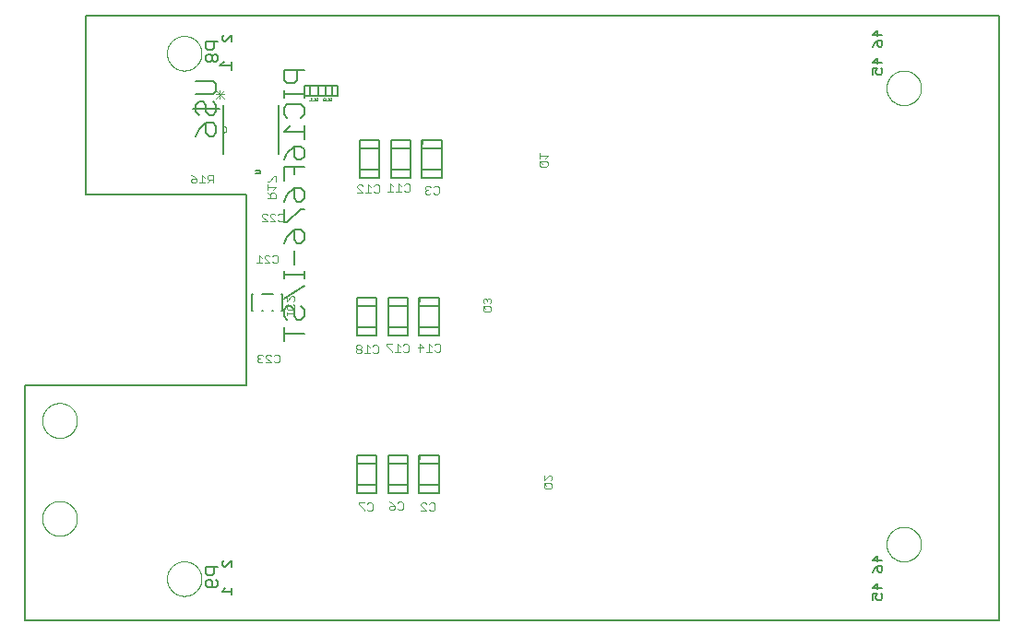
<source format=gbo>
G75*
%MOIN*%
%OFA0B0*%
%FSLAX25Y25*%
%IPPOS*%
%LPD*%
%AMOC8*
5,1,8,0,0,1.08239X$1,22.5*
%
%ADD10C,0.00500*%
%ADD11C,0.00000*%
%ADD12C,0.00800*%
%ADD13C,0.00600*%
%ADD14C,0.00200*%
%ADD15C,0.00300*%
%ADD16C,0.00100*%
D10*
X0026831Y0007667D02*
X0026831Y0092667D01*
X0106831Y0092667D01*
X0106831Y0161667D01*
X0048831Y0161667D01*
X0048831Y0226167D01*
X0378831Y0226167D01*
X0378831Y0007667D01*
X0026831Y0007667D01*
D11*
X0078081Y0022667D02*
X0078083Y0022825D01*
X0078089Y0022982D01*
X0078099Y0023140D01*
X0078113Y0023297D01*
X0078131Y0023453D01*
X0078152Y0023610D01*
X0078178Y0023765D01*
X0078208Y0023920D01*
X0078241Y0024074D01*
X0078279Y0024227D01*
X0078320Y0024380D01*
X0078365Y0024531D01*
X0078414Y0024681D01*
X0078467Y0024829D01*
X0078523Y0024977D01*
X0078584Y0025122D01*
X0078647Y0025267D01*
X0078715Y0025409D01*
X0078786Y0025550D01*
X0078860Y0025689D01*
X0078938Y0025826D01*
X0079020Y0025961D01*
X0079104Y0026094D01*
X0079193Y0026225D01*
X0079284Y0026353D01*
X0079379Y0026480D01*
X0079476Y0026603D01*
X0079577Y0026725D01*
X0079681Y0026843D01*
X0079788Y0026959D01*
X0079898Y0027072D01*
X0080010Y0027183D01*
X0080126Y0027290D01*
X0080244Y0027395D01*
X0080364Y0027497D01*
X0080487Y0027595D01*
X0080613Y0027691D01*
X0080741Y0027783D01*
X0080871Y0027872D01*
X0081003Y0027958D01*
X0081138Y0028040D01*
X0081275Y0028119D01*
X0081413Y0028194D01*
X0081553Y0028266D01*
X0081696Y0028334D01*
X0081839Y0028399D01*
X0081985Y0028460D01*
X0082132Y0028517D01*
X0082280Y0028571D01*
X0082430Y0028621D01*
X0082580Y0028667D01*
X0082732Y0028709D01*
X0082885Y0028748D01*
X0083039Y0028782D01*
X0083194Y0028813D01*
X0083349Y0028839D01*
X0083505Y0028862D01*
X0083662Y0028881D01*
X0083819Y0028896D01*
X0083976Y0028907D01*
X0084134Y0028914D01*
X0084292Y0028917D01*
X0084449Y0028916D01*
X0084607Y0028911D01*
X0084764Y0028902D01*
X0084922Y0028889D01*
X0085078Y0028872D01*
X0085235Y0028851D01*
X0085390Y0028827D01*
X0085545Y0028798D01*
X0085700Y0028765D01*
X0085853Y0028729D01*
X0086006Y0028688D01*
X0086157Y0028644D01*
X0086307Y0028596D01*
X0086456Y0028545D01*
X0086604Y0028489D01*
X0086750Y0028430D01*
X0086895Y0028367D01*
X0087038Y0028300D01*
X0087179Y0028230D01*
X0087318Y0028157D01*
X0087456Y0028080D01*
X0087592Y0027999D01*
X0087725Y0027915D01*
X0087856Y0027828D01*
X0087985Y0027737D01*
X0088112Y0027643D01*
X0088237Y0027546D01*
X0088358Y0027446D01*
X0088478Y0027343D01*
X0088594Y0027237D01*
X0088708Y0027128D01*
X0088820Y0027016D01*
X0088928Y0026902D01*
X0089033Y0026784D01*
X0089136Y0026664D01*
X0089235Y0026542D01*
X0089331Y0026417D01*
X0089424Y0026289D01*
X0089514Y0026160D01*
X0089600Y0026028D01*
X0089684Y0025894D01*
X0089763Y0025758D01*
X0089840Y0025620D01*
X0089912Y0025480D01*
X0089981Y0025338D01*
X0090047Y0025195D01*
X0090109Y0025050D01*
X0090167Y0024903D01*
X0090222Y0024755D01*
X0090273Y0024606D01*
X0090320Y0024455D01*
X0090363Y0024304D01*
X0090402Y0024151D01*
X0090438Y0023997D01*
X0090469Y0023843D01*
X0090497Y0023688D01*
X0090521Y0023532D01*
X0090541Y0023375D01*
X0090557Y0023218D01*
X0090569Y0023061D01*
X0090577Y0022904D01*
X0090581Y0022746D01*
X0090581Y0022588D01*
X0090577Y0022430D01*
X0090569Y0022273D01*
X0090557Y0022116D01*
X0090541Y0021959D01*
X0090521Y0021802D01*
X0090497Y0021646D01*
X0090469Y0021491D01*
X0090438Y0021337D01*
X0090402Y0021183D01*
X0090363Y0021030D01*
X0090320Y0020879D01*
X0090273Y0020728D01*
X0090222Y0020579D01*
X0090167Y0020431D01*
X0090109Y0020284D01*
X0090047Y0020139D01*
X0089981Y0019996D01*
X0089912Y0019854D01*
X0089840Y0019714D01*
X0089763Y0019576D01*
X0089684Y0019440D01*
X0089600Y0019306D01*
X0089514Y0019174D01*
X0089424Y0019045D01*
X0089331Y0018917D01*
X0089235Y0018792D01*
X0089136Y0018670D01*
X0089033Y0018550D01*
X0088928Y0018432D01*
X0088820Y0018318D01*
X0088708Y0018206D01*
X0088594Y0018097D01*
X0088478Y0017991D01*
X0088358Y0017888D01*
X0088237Y0017788D01*
X0088112Y0017691D01*
X0087985Y0017597D01*
X0087856Y0017506D01*
X0087725Y0017419D01*
X0087592Y0017335D01*
X0087456Y0017254D01*
X0087318Y0017177D01*
X0087179Y0017104D01*
X0087038Y0017034D01*
X0086895Y0016967D01*
X0086750Y0016904D01*
X0086604Y0016845D01*
X0086456Y0016789D01*
X0086307Y0016738D01*
X0086157Y0016690D01*
X0086006Y0016646D01*
X0085853Y0016605D01*
X0085700Y0016569D01*
X0085545Y0016536D01*
X0085390Y0016507D01*
X0085235Y0016483D01*
X0085078Y0016462D01*
X0084922Y0016445D01*
X0084764Y0016432D01*
X0084607Y0016423D01*
X0084449Y0016418D01*
X0084292Y0016417D01*
X0084134Y0016420D01*
X0083976Y0016427D01*
X0083819Y0016438D01*
X0083662Y0016453D01*
X0083505Y0016472D01*
X0083349Y0016495D01*
X0083194Y0016521D01*
X0083039Y0016552D01*
X0082885Y0016586D01*
X0082732Y0016625D01*
X0082580Y0016667D01*
X0082430Y0016713D01*
X0082280Y0016763D01*
X0082132Y0016817D01*
X0081985Y0016874D01*
X0081839Y0016935D01*
X0081696Y0017000D01*
X0081553Y0017068D01*
X0081413Y0017140D01*
X0081275Y0017215D01*
X0081138Y0017294D01*
X0081003Y0017376D01*
X0080871Y0017462D01*
X0080741Y0017551D01*
X0080613Y0017643D01*
X0080487Y0017739D01*
X0080364Y0017837D01*
X0080244Y0017939D01*
X0080126Y0018044D01*
X0080010Y0018151D01*
X0079898Y0018262D01*
X0079788Y0018375D01*
X0079681Y0018491D01*
X0079577Y0018609D01*
X0079476Y0018731D01*
X0079379Y0018854D01*
X0079284Y0018981D01*
X0079193Y0019109D01*
X0079104Y0019240D01*
X0079020Y0019373D01*
X0078938Y0019508D01*
X0078860Y0019645D01*
X0078786Y0019784D01*
X0078715Y0019925D01*
X0078647Y0020067D01*
X0078584Y0020212D01*
X0078523Y0020357D01*
X0078467Y0020505D01*
X0078414Y0020653D01*
X0078365Y0020803D01*
X0078320Y0020954D01*
X0078279Y0021107D01*
X0078241Y0021260D01*
X0078208Y0021414D01*
X0078178Y0021569D01*
X0078152Y0021724D01*
X0078131Y0021881D01*
X0078113Y0022037D01*
X0078099Y0022194D01*
X0078089Y0022352D01*
X0078083Y0022509D01*
X0078081Y0022667D01*
X0032996Y0044450D02*
X0032998Y0044608D01*
X0033004Y0044766D01*
X0033014Y0044924D01*
X0033028Y0045082D01*
X0033046Y0045239D01*
X0033067Y0045396D01*
X0033093Y0045552D01*
X0033123Y0045708D01*
X0033156Y0045863D01*
X0033194Y0046016D01*
X0033235Y0046169D01*
X0033280Y0046321D01*
X0033329Y0046472D01*
X0033382Y0046621D01*
X0033438Y0046769D01*
X0033498Y0046915D01*
X0033562Y0047060D01*
X0033630Y0047203D01*
X0033701Y0047345D01*
X0033775Y0047485D01*
X0033853Y0047622D01*
X0033935Y0047758D01*
X0034019Y0047892D01*
X0034108Y0048023D01*
X0034199Y0048152D01*
X0034294Y0048279D01*
X0034391Y0048404D01*
X0034492Y0048526D01*
X0034596Y0048645D01*
X0034703Y0048762D01*
X0034813Y0048876D01*
X0034926Y0048987D01*
X0035041Y0049096D01*
X0035159Y0049201D01*
X0035280Y0049303D01*
X0035403Y0049403D01*
X0035529Y0049499D01*
X0035657Y0049592D01*
X0035787Y0049682D01*
X0035920Y0049768D01*
X0036055Y0049852D01*
X0036191Y0049931D01*
X0036330Y0050008D01*
X0036471Y0050080D01*
X0036613Y0050150D01*
X0036757Y0050215D01*
X0036903Y0050277D01*
X0037050Y0050335D01*
X0037199Y0050390D01*
X0037349Y0050441D01*
X0037500Y0050488D01*
X0037652Y0050531D01*
X0037805Y0050570D01*
X0037960Y0050606D01*
X0038115Y0050637D01*
X0038271Y0050665D01*
X0038427Y0050689D01*
X0038584Y0050709D01*
X0038742Y0050725D01*
X0038899Y0050737D01*
X0039058Y0050745D01*
X0039216Y0050749D01*
X0039374Y0050749D01*
X0039532Y0050745D01*
X0039691Y0050737D01*
X0039848Y0050725D01*
X0040006Y0050709D01*
X0040163Y0050689D01*
X0040319Y0050665D01*
X0040475Y0050637D01*
X0040630Y0050606D01*
X0040785Y0050570D01*
X0040938Y0050531D01*
X0041090Y0050488D01*
X0041241Y0050441D01*
X0041391Y0050390D01*
X0041540Y0050335D01*
X0041687Y0050277D01*
X0041833Y0050215D01*
X0041977Y0050150D01*
X0042119Y0050080D01*
X0042260Y0050008D01*
X0042399Y0049931D01*
X0042535Y0049852D01*
X0042670Y0049768D01*
X0042803Y0049682D01*
X0042933Y0049592D01*
X0043061Y0049499D01*
X0043187Y0049403D01*
X0043310Y0049303D01*
X0043431Y0049201D01*
X0043549Y0049096D01*
X0043664Y0048987D01*
X0043777Y0048876D01*
X0043887Y0048762D01*
X0043994Y0048645D01*
X0044098Y0048526D01*
X0044199Y0048404D01*
X0044296Y0048279D01*
X0044391Y0048152D01*
X0044482Y0048023D01*
X0044571Y0047892D01*
X0044655Y0047758D01*
X0044737Y0047622D01*
X0044815Y0047485D01*
X0044889Y0047345D01*
X0044960Y0047203D01*
X0045028Y0047060D01*
X0045092Y0046915D01*
X0045152Y0046769D01*
X0045208Y0046621D01*
X0045261Y0046472D01*
X0045310Y0046321D01*
X0045355Y0046169D01*
X0045396Y0046016D01*
X0045434Y0045863D01*
X0045467Y0045708D01*
X0045497Y0045552D01*
X0045523Y0045396D01*
X0045544Y0045239D01*
X0045562Y0045082D01*
X0045576Y0044924D01*
X0045586Y0044766D01*
X0045592Y0044608D01*
X0045594Y0044450D01*
X0045592Y0044292D01*
X0045586Y0044134D01*
X0045576Y0043976D01*
X0045562Y0043818D01*
X0045544Y0043661D01*
X0045523Y0043504D01*
X0045497Y0043348D01*
X0045467Y0043192D01*
X0045434Y0043037D01*
X0045396Y0042884D01*
X0045355Y0042731D01*
X0045310Y0042579D01*
X0045261Y0042428D01*
X0045208Y0042279D01*
X0045152Y0042131D01*
X0045092Y0041985D01*
X0045028Y0041840D01*
X0044960Y0041697D01*
X0044889Y0041555D01*
X0044815Y0041415D01*
X0044737Y0041278D01*
X0044655Y0041142D01*
X0044571Y0041008D01*
X0044482Y0040877D01*
X0044391Y0040748D01*
X0044296Y0040621D01*
X0044199Y0040496D01*
X0044098Y0040374D01*
X0043994Y0040255D01*
X0043887Y0040138D01*
X0043777Y0040024D01*
X0043664Y0039913D01*
X0043549Y0039804D01*
X0043431Y0039699D01*
X0043310Y0039597D01*
X0043187Y0039497D01*
X0043061Y0039401D01*
X0042933Y0039308D01*
X0042803Y0039218D01*
X0042670Y0039132D01*
X0042535Y0039048D01*
X0042399Y0038969D01*
X0042260Y0038892D01*
X0042119Y0038820D01*
X0041977Y0038750D01*
X0041833Y0038685D01*
X0041687Y0038623D01*
X0041540Y0038565D01*
X0041391Y0038510D01*
X0041241Y0038459D01*
X0041090Y0038412D01*
X0040938Y0038369D01*
X0040785Y0038330D01*
X0040630Y0038294D01*
X0040475Y0038263D01*
X0040319Y0038235D01*
X0040163Y0038211D01*
X0040006Y0038191D01*
X0039848Y0038175D01*
X0039691Y0038163D01*
X0039532Y0038155D01*
X0039374Y0038151D01*
X0039216Y0038151D01*
X0039058Y0038155D01*
X0038899Y0038163D01*
X0038742Y0038175D01*
X0038584Y0038191D01*
X0038427Y0038211D01*
X0038271Y0038235D01*
X0038115Y0038263D01*
X0037960Y0038294D01*
X0037805Y0038330D01*
X0037652Y0038369D01*
X0037500Y0038412D01*
X0037349Y0038459D01*
X0037199Y0038510D01*
X0037050Y0038565D01*
X0036903Y0038623D01*
X0036757Y0038685D01*
X0036613Y0038750D01*
X0036471Y0038820D01*
X0036330Y0038892D01*
X0036191Y0038969D01*
X0036055Y0039048D01*
X0035920Y0039132D01*
X0035787Y0039218D01*
X0035657Y0039308D01*
X0035529Y0039401D01*
X0035403Y0039497D01*
X0035280Y0039597D01*
X0035159Y0039699D01*
X0035041Y0039804D01*
X0034926Y0039913D01*
X0034813Y0040024D01*
X0034703Y0040138D01*
X0034596Y0040255D01*
X0034492Y0040374D01*
X0034391Y0040496D01*
X0034294Y0040621D01*
X0034199Y0040748D01*
X0034108Y0040877D01*
X0034019Y0041008D01*
X0033935Y0041142D01*
X0033853Y0041278D01*
X0033775Y0041415D01*
X0033701Y0041555D01*
X0033630Y0041697D01*
X0033562Y0041840D01*
X0033498Y0041985D01*
X0033438Y0042131D01*
X0033382Y0042279D01*
X0033329Y0042428D01*
X0033280Y0042579D01*
X0033235Y0042731D01*
X0033194Y0042884D01*
X0033156Y0043037D01*
X0033123Y0043192D01*
X0033093Y0043348D01*
X0033067Y0043504D01*
X0033046Y0043661D01*
X0033028Y0043818D01*
X0033014Y0043976D01*
X0033004Y0044134D01*
X0032998Y0044292D01*
X0032996Y0044450D01*
X0032996Y0079883D02*
X0032998Y0080041D01*
X0033004Y0080199D01*
X0033014Y0080357D01*
X0033028Y0080515D01*
X0033046Y0080672D01*
X0033067Y0080829D01*
X0033093Y0080985D01*
X0033123Y0081141D01*
X0033156Y0081296D01*
X0033194Y0081449D01*
X0033235Y0081602D01*
X0033280Y0081754D01*
X0033329Y0081905D01*
X0033382Y0082054D01*
X0033438Y0082202D01*
X0033498Y0082348D01*
X0033562Y0082493D01*
X0033630Y0082636D01*
X0033701Y0082778D01*
X0033775Y0082918D01*
X0033853Y0083055D01*
X0033935Y0083191D01*
X0034019Y0083325D01*
X0034108Y0083456D01*
X0034199Y0083585D01*
X0034294Y0083712D01*
X0034391Y0083837D01*
X0034492Y0083959D01*
X0034596Y0084078D01*
X0034703Y0084195D01*
X0034813Y0084309D01*
X0034926Y0084420D01*
X0035041Y0084529D01*
X0035159Y0084634D01*
X0035280Y0084736D01*
X0035403Y0084836D01*
X0035529Y0084932D01*
X0035657Y0085025D01*
X0035787Y0085115D01*
X0035920Y0085201D01*
X0036055Y0085285D01*
X0036191Y0085364D01*
X0036330Y0085441D01*
X0036471Y0085513D01*
X0036613Y0085583D01*
X0036757Y0085648D01*
X0036903Y0085710D01*
X0037050Y0085768D01*
X0037199Y0085823D01*
X0037349Y0085874D01*
X0037500Y0085921D01*
X0037652Y0085964D01*
X0037805Y0086003D01*
X0037960Y0086039D01*
X0038115Y0086070D01*
X0038271Y0086098D01*
X0038427Y0086122D01*
X0038584Y0086142D01*
X0038742Y0086158D01*
X0038899Y0086170D01*
X0039058Y0086178D01*
X0039216Y0086182D01*
X0039374Y0086182D01*
X0039532Y0086178D01*
X0039691Y0086170D01*
X0039848Y0086158D01*
X0040006Y0086142D01*
X0040163Y0086122D01*
X0040319Y0086098D01*
X0040475Y0086070D01*
X0040630Y0086039D01*
X0040785Y0086003D01*
X0040938Y0085964D01*
X0041090Y0085921D01*
X0041241Y0085874D01*
X0041391Y0085823D01*
X0041540Y0085768D01*
X0041687Y0085710D01*
X0041833Y0085648D01*
X0041977Y0085583D01*
X0042119Y0085513D01*
X0042260Y0085441D01*
X0042399Y0085364D01*
X0042535Y0085285D01*
X0042670Y0085201D01*
X0042803Y0085115D01*
X0042933Y0085025D01*
X0043061Y0084932D01*
X0043187Y0084836D01*
X0043310Y0084736D01*
X0043431Y0084634D01*
X0043549Y0084529D01*
X0043664Y0084420D01*
X0043777Y0084309D01*
X0043887Y0084195D01*
X0043994Y0084078D01*
X0044098Y0083959D01*
X0044199Y0083837D01*
X0044296Y0083712D01*
X0044391Y0083585D01*
X0044482Y0083456D01*
X0044571Y0083325D01*
X0044655Y0083191D01*
X0044737Y0083055D01*
X0044815Y0082918D01*
X0044889Y0082778D01*
X0044960Y0082636D01*
X0045028Y0082493D01*
X0045092Y0082348D01*
X0045152Y0082202D01*
X0045208Y0082054D01*
X0045261Y0081905D01*
X0045310Y0081754D01*
X0045355Y0081602D01*
X0045396Y0081449D01*
X0045434Y0081296D01*
X0045467Y0081141D01*
X0045497Y0080985D01*
X0045523Y0080829D01*
X0045544Y0080672D01*
X0045562Y0080515D01*
X0045576Y0080357D01*
X0045586Y0080199D01*
X0045592Y0080041D01*
X0045594Y0079883D01*
X0045592Y0079725D01*
X0045586Y0079567D01*
X0045576Y0079409D01*
X0045562Y0079251D01*
X0045544Y0079094D01*
X0045523Y0078937D01*
X0045497Y0078781D01*
X0045467Y0078625D01*
X0045434Y0078470D01*
X0045396Y0078317D01*
X0045355Y0078164D01*
X0045310Y0078012D01*
X0045261Y0077861D01*
X0045208Y0077712D01*
X0045152Y0077564D01*
X0045092Y0077418D01*
X0045028Y0077273D01*
X0044960Y0077130D01*
X0044889Y0076988D01*
X0044815Y0076848D01*
X0044737Y0076711D01*
X0044655Y0076575D01*
X0044571Y0076441D01*
X0044482Y0076310D01*
X0044391Y0076181D01*
X0044296Y0076054D01*
X0044199Y0075929D01*
X0044098Y0075807D01*
X0043994Y0075688D01*
X0043887Y0075571D01*
X0043777Y0075457D01*
X0043664Y0075346D01*
X0043549Y0075237D01*
X0043431Y0075132D01*
X0043310Y0075030D01*
X0043187Y0074930D01*
X0043061Y0074834D01*
X0042933Y0074741D01*
X0042803Y0074651D01*
X0042670Y0074565D01*
X0042535Y0074481D01*
X0042399Y0074402D01*
X0042260Y0074325D01*
X0042119Y0074253D01*
X0041977Y0074183D01*
X0041833Y0074118D01*
X0041687Y0074056D01*
X0041540Y0073998D01*
X0041391Y0073943D01*
X0041241Y0073892D01*
X0041090Y0073845D01*
X0040938Y0073802D01*
X0040785Y0073763D01*
X0040630Y0073727D01*
X0040475Y0073696D01*
X0040319Y0073668D01*
X0040163Y0073644D01*
X0040006Y0073624D01*
X0039848Y0073608D01*
X0039691Y0073596D01*
X0039532Y0073588D01*
X0039374Y0073584D01*
X0039216Y0073584D01*
X0039058Y0073588D01*
X0038899Y0073596D01*
X0038742Y0073608D01*
X0038584Y0073624D01*
X0038427Y0073644D01*
X0038271Y0073668D01*
X0038115Y0073696D01*
X0037960Y0073727D01*
X0037805Y0073763D01*
X0037652Y0073802D01*
X0037500Y0073845D01*
X0037349Y0073892D01*
X0037199Y0073943D01*
X0037050Y0073998D01*
X0036903Y0074056D01*
X0036757Y0074118D01*
X0036613Y0074183D01*
X0036471Y0074253D01*
X0036330Y0074325D01*
X0036191Y0074402D01*
X0036055Y0074481D01*
X0035920Y0074565D01*
X0035787Y0074651D01*
X0035657Y0074741D01*
X0035529Y0074834D01*
X0035403Y0074930D01*
X0035280Y0075030D01*
X0035159Y0075132D01*
X0035041Y0075237D01*
X0034926Y0075346D01*
X0034813Y0075457D01*
X0034703Y0075571D01*
X0034596Y0075688D01*
X0034492Y0075807D01*
X0034391Y0075929D01*
X0034294Y0076054D01*
X0034199Y0076181D01*
X0034108Y0076310D01*
X0034019Y0076441D01*
X0033935Y0076575D01*
X0033853Y0076711D01*
X0033775Y0076848D01*
X0033701Y0076988D01*
X0033630Y0077130D01*
X0033562Y0077273D01*
X0033498Y0077418D01*
X0033438Y0077564D01*
X0033382Y0077712D01*
X0033329Y0077861D01*
X0033280Y0078012D01*
X0033235Y0078164D01*
X0033194Y0078317D01*
X0033156Y0078470D01*
X0033123Y0078625D01*
X0033093Y0078781D01*
X0033067Y0078937D01*
X0033046Y0079094D01*
X0033028Y0079251D01*
X0033014Y0079409D01*
X0033004Y0079567D01*
X0032998Y0079725D01*
X0032996Y0079883D01*
X0098331Y0183967D02*
X0098400Y0183969D01*
X0098468Y0183975D01*
X0098536Y0183985D01*
X0098603Y0183998D01*
X0098669Y0184016D01*
X0098734Y0184037D01*
X0098798Y0184062D01*
X0098860Y0184090D01*
X0098921Y0184122D01*
X0098980Y0184157D01*
X0099036Y0184196D01*
X0099091Y0184238D01*
X0099142Y0184283D01*
X0099192Y0184331D01*
X0099238Y0184381D01*
X0099281Y0184434D01*
X0099322Y0184490D01*
X0099359Y0184547D01*
X0099392Y0184607D01*
X0099423Y0184669D01*
X0099449Y0184732D01*
X0099472Y0184796D01*
X0099492Y0184862D01*
X0099507Y0184929D01*
X0099519Y0184996D01*
X0099527Y0185064D01*
X0099531Y0185133D01*
X0099531Y0185201D01*
X0099527Y0185270D01*
X0099519Y0185338D01*
X0099507Y0185405D01*
X0099492Y0185472D01*
X0099472Y0185538D01*
X0099449Y0185602D01*
X0099423Y0185665D01*
X0099392Y0185727D01*
X0099359Y0185787D01*
X0099322Y0185844D01*
X0099281Y0185900D01*
X0099238Y0185953D01*
X0099192Y0186003D01*
X0099142Y0186051D01*
X0099091Y0186096D01*
X0099036Y0186138D01*
X0098980Y0186177D01*
X0098921Y0186212D01*
X0098860Y0186244D01*
X0098798Y0186272D01*
X0098734Y0186297D01*
X0098669Y0186318D01*
X0098603Y0186336D01*
X0098536Y0186349D01*
X0098468Y0186359D01*
X0098400Y0186365D01*
X0098331Y0186367D01*
X0078081Y0212667D02*
X0078083Y0212825D01*
X0078089Y0212982D01*
X0078099Y0213140D01*
X0078113Y0213297D01*
X0078131Y0213453D01*
X0078152Y0213610D01*
X0078178Y0213765D01*
X0078208Y0213920D01*
X0078241Y0214074D01*
X0078279Y0214227D01*
X0078320Y0214380D01*
X0078365Y0214531D01*
X0078414Y0214681D01*
X0078467Y0214829D01*
X0078523Y0214977D01*
X0078584Y0215122D01*
X0078647Y0215267D01*
X0078715Y0215409D01*
X0078786Y0215550D01*
X0078860Y0215689D01*
X0078938Y0215826D01*
X0079020Y0215961D01*
X0079104Y0216094D01*
X0079193Y0216225D01*
X0079284Y0216353D01*
X0079379Y0216480D01*
X0079476Y0216603D01*
X0079577Y0216725D01*
X0079681Y0216843D01*
X0079788Y0216959D01*
X0079898Y0217072D01*
X0080010Y0217183D01*
X0080126Y0217290D01*
X0080244Y0217395D01*
X0080364Y0217497D01*
X0080487Y0217595D01*
X0080613Y0217691D01*
X0080741Y0217783D01*
X0080871Y0217872D01*
X0081003Y0217958D01*
X0081138Y0218040D01*
X0081275Y0218119D01*
X0081413Y0218194D01*
X0081553Y0218266D01*
X0081696Y0218334D01*
X0081839Y0218399D01*
X0081985Y0218460D01*
X0082132Y0218517D01*
X0082280Y0218571D01*
X0082430Y0218621D01*
X0082580Y0218667D01*
X0082732Y0218709D01*
X0082885Y0218748D01*
X0083039Y0218782D01*
X0083194Y0218813D01*
X0083349Y0218839D01*
X0083505Y0218862D01*
X0083662Y0218881D01*
X0083819Y0218896D01*
X0083976Y0218907D01*
X0084134Y0218914D01*
X0084292Y0218917D01*
X0084449Y0218916D01*
X0084607Y0218911D01*
X0084764Y0218902D01*
X0084922Y0218889D01*
X0085078Y0218872D01*
X0085235Y0218851D01*
X0085390Y0218827D01*
X0085545Y0218798D01*
X0085700Y0218765D01*
X0085853Y0218729D01*
X0086006Y0218688D01*
X0086157Y0218644D01*
X0086307Y0218596D01*
X0086456Y0218545D01*
X0086604Y0218489D01*
X0086750Y0218430D01*
X0086895Y0218367D01*
X0087038Y0218300D01*
X0087179Y0218230D01*
X0087318Y0218157D01*
X0087456Y0218080D01*
X0087592Y0217999D01*
X0087725Y0217915D01*
X0087856Y0217828D01*
X0087985Y0217737D01*
X0088112Y0217643D01*
X0088237Y0217546D01*
X0088358Y0217446D01*
X0088478Y0217343D01*
X0088594Y0217237D01*
X0088708Y0217128D01*
X0088820Y0217016D01*
X0088928Y0216902D01*
X0089033Y0216784D01*
X0089136Y0216664D01*
X0089235Y0216542D01*
X0089331Y0216417D01*
X0089424Y0216289D01*
X0089514Y0216160D01*
X0089600Y0216028D01*
X0089684Y0215894D01*
X0089763Y0215758D01*
X0089840Y0215620D01*
X0089912Y0215480D01*
X0089981Y0215338D01*
X0090047Y0215195D01*
X0090109Y0215050D01*
X0090167Y0214903D01*
X0090222Y0214755D01*
X0090273Y0214606D01*
X0090320Y0214455D01*
X0090363Y0214304D01*
X0090402Y0214151D01*
X0090438Y0213997D01*
X0090469Y0213843D01*
X0090497Y0213688D01*
X0090521Y0213532D01*
X0090541Y0213375D01*
X0090557Y0213218D01*
X0090569Y0213061D01*
X0090577Y0212904D01*
X0090581Y0212746D01*
X0090581Y0212588D01*
X0090577Y0212430D01*
X0090569Y0212273D01*
X0090557Y0212116D01*
X0090541Y0211959D01*
X0090521Y0211802D01*
X0090497Y0211646D01*
X0090469Y0211491D01*
X0090438Y0211337D01*
X0090402Y0211183D01*
X0090363Y0211030D01*
X0090320Y0210879D01*
X0090273Y0210728D01*
X0090222Y0210579D01*
X0090167Y0210431D01*
X0090109Y0210284D01*
X0090047Y0210139D01*
X0089981Y0209996D01*
X0089912Y0209854D01*
X0089840Y0209714D01*
X0089763Y0209576D01*
X0089684Y0209440D01*
X0089600Y0209306D01*
X0089514Y0209174D01*
X0089424Y0209045D01*
X0089331Y0208917D01*
X0089235Y0208792D01*
X0089136Y0208670D01*
X0089033Y0208550D01*
X0088928Y0208432D01*
X0088820Y0208318D01*
X0088708Y0208206D01*
X0088594Y0208097D01*
X0088478Y0207991D01*
X0088358Y0207888D01*
X0088237Y0207788D01*
X0088112Y0207691D01*
X0087985Y0207597D01*
X0087856Y0207506D01*
X0087725Y0207419D01*
X0087592Y0207335D01*
X0087456Y0207254D01*
X0087318Y0207177D01*
X0087179Y0207104D01*
X0087038Y0207034D01*
X0086895Y0206967D01*
X0086750Y0206904D01*
X0086604Y0206845D01*
X0086456Y0206789D01*
X0086307Y0206738D01*
X0086157Y0206690D01*
X0086006Y0206646D01*
X0085853Y0206605D01*
X0085700Y0206569D01*
X0085545Y0206536D01*
X0085390Y0206507D01*
X0085235Y0206483D01*
X0085078Y0206462D01*
X0084922Y0206445D01*
X0084764Y0206432D01*
X0084607Y0206423D01*
X0084449Y0206418D01*
X0084292Y0206417D01*
X0084134Y0206420D01*
X0083976Y0206427D01*
X0083819Y0206438D01*
X0083662Y0206453D01*
X0083505Y0206472D01*
X0083349Y0206495D01*
X0083194Y0206521D01*
X0083039Y0206552D01*
X0082885Y0206586D01*
X0082732Y0206625D01*
X0082580Y0206667D01*
X0082430Y0206713D01*
X0082280Y0206763D01*
X0082132Y0206817D01*
X0081985Y0206874D01*
X0081839Y0206935D01*
X0081696Y0207000D01*
X0081553Y0207068D01*
X0081413Y0207140D01*
X0081275Y0207215D01*
X0081138Y0207294D01*
X0081003Y0207376D01*
X0080871Y0207462D01*
X0080741Y0207551D01*
X0080613Y0207643D01*
X0080487Y0207739D01*
X0080364Y0207837D01*
X0080244Y0207939D01*
X0080126Y0208044D01*
X0080010Y0208151D01*
X0079898Y0208262D01*
X0079788Y0208375D01*
X0079681Y0208491D01*
X0079577Y0208609D01*
X0079476Y0208731D01*
X0079379Y0208854D01*
X0079284Y0208981D01*
X0079193Y0209109D01*
X0079104Y0209240D01*
X0079020Y0209373D01*
X0078938Y0209508D01*
X0078860Y0209645D01*
X0078786Y0209784D01*
X0078715Y0209925D01*
X0078647Y0210067D01*
X0078584Y0210212D01*
X0078523Y0210357D01*
X0078467Y0210505D01*
X0078414Y0210653D01*
X0078365Y0210803D01*
X0078320Y0210954D01*
X0078279Y0211107D01*
X0078241Y0211260D01*
X0078208Y0211414D01*
X0078178Y0211569D01*
X0078152Y0211724D01*
X0078131Y0211881D01*
X0078113Y0212037D01*
X0078099Y0212194D01*
X0078089Y0212352D01*
X0078083Y0212509D01*
X0078081Y0212667D01*
X0338081Y0200167D02*
X0338083Y0200325D01*
X0338089Y0200482D01*
X0338099Y0200640D01*
X0338113Y0200797D01*
X0338131Y0200953D01*
X0338152Y0201110D01*
X0338178Y0201265D01*
X0338208Y0201420D01*
X0338241Y0201574D01*
X0338279Y0201727D01*
X0338320Y0201880D01*
X0338365Y0202031D01*
X0338414Y0202181D01*
X0338467Y0202329D01*
X0338523Y0202477D01*
X0338584Y0202622D01*
X0338647Y0202767D01*
X0338715Y0202909D01*
X0338786Y0203050D01*
X0338860Y0203189D01*
X0338938Y0203326D01*
X0339020Y0203461D01*
X0339104Y0203594D01*
X0339193Y0203725D01*
X0339284Y0203853D01*
X0339379Y0203980D01*
X0339476Y0204103D01*
X0339577Y0204225D01*
X0339681Y0204343D01*
X0339788Y0204459D01*
X0339898Y0204572D01*
X0340010Y0204683D01*
X0340126Y0204790D01*
X0340244Y0204895D01*
X0340364Y0204997D01*
X0340487Y0205095D01*
X0340613Y0205191D01*
X0340741Y0205283D01*
X0340871Y0205372D01*
X0341003Y0205458D01*
X0341138Y0205540D01*
X0341275Y0205619D01*
X0341413Y0205694D01*
X0341553Y0205766D01*
X0341696Y0205834D01*
X0341839Y0205899D01*
X0341985Y0205960D01*
X0342132Y0206017D01*
X0342280Y0206071D01*
X0342430Y0206121D01*
X0342580Y0206167D01*
X0342732Y0206209D01*
X0342885Y0206248D01*
X0343039Y0206282D01*
X0343194Y0206313D01*
X0343349Y0206339D01*
X0343505Y0206362D01*
X0343662Y0206381D01*
X0343819Y0206396D01*
X0343976Y0206407D01*
X0344134Y0206414D01*
X0344292Y0206417D01*
X0344449Y0206416D01*
X0344607Y0206411D01*
X0344764Y0206402D01*
X0344922Y0206389D01*
X0345078Y0206372D01*
X0345235Y0206351D01*
X0345390Y0206327D01*
X0345545Y0206298D01*
X0345700Y0206265D01*
X0345853Y0206229D01*
X0346006Y0206188D01*
X0346157Y0206144D01*
X0346307Y0206096D01*
X0346456Y0206045D01*
X0346604Y0205989D01*
X0346750Y0205930D01*
X0346895Y0205867D01*
X0347038Y0205800D01*
X0347179Y0205730D01*
X0347318Y0205657D01*
X0347456Y0205580D01*
X0347592Y0205499D01*
X0347725Y0205415D01*
X0347856Y0205328D01*
X0347985Y0205237D01*
X0348112Y0205143D01*
X0348237Y0205046D01*
X0348358Y0204946D01*
X0348478Y0204843D01*
X0348594Y0204737D01*
X0348708Y0204628D01*
X0348820Y0204516D01*
X0348928Y0204402D01*
X0349033Y0204284D01*
X0349136Y0204164D01*
X0349235Y0204042D01*
X0349331Y0203917D01*
X0349424Y0203789D01*
X0349514Y0203660D01*
X0349600Y0203528D01*
X0349684Y0203394D01*
X0349763Y0203258D01*
X0349840Y0203120D01*
X0349912Y0202980D01*
X0349981Y0202838D01*
X0350047Y0202695D01*
X0350109Y0202550D01*
X0350167Y0202403D01*
X0350222Y0202255D01*
X0350273Y0202106D01*
X0350320Y0201955D01*
X0350363Y0201804D01*
X0350402Y0201651D01*
X0350438Y0201497D01*
X0350469Y0201343D01*
X0350497Y0201188D01*
X0350521Y0201032D01*
X0350541Y0200875D01*
X0350557Y0200718D01*
X0350569Y0200561D01*
X0350577Y0200404D01*
X0350581Y0200246D01*
X0350581Y0200088D01*
X0350577Y0199930D01*
X0350569Y0199773D01*
X0350557Y0199616D01*
X0350541Y0199459D01*
X0350521Y0199302D01*
X0350497Y0199146D01*
X0350469Y0198991D01*
X0350438Y0198837D01*
X0350402Y0198683D01*
X0350363Y0198530D01*
X0350320Y0198379D01*
X0350273Y0198228D01*
X0350222Y0198079D01*
X0350167Y0197931D01*
X0350109Y0197784D01*
X0350047Y0197639D01*
X0349981Y0197496D01*
X0349912Y0197354D01*
X0349840Y0197214D01*
X0349763Y0197076D01*
X0349684Y0196940D01*
X0349600Y0196806D01*
X0349514Y0196674D01*
X0349424Y0196545D01*
X0349331Y0196417D01*
X0349235Y0196292D01*
X0349136Y0196170D01*
X0349033Y0196050D01*
X0348928Y0195932D01*
X0348820Y0195818D01*
X0348708Y0195706D01*
X0348594Y0195597D01*
X0348478Y0195491D01*
X0348358Y0195388D01*
X0348237Y0195288D01*
X0348112Y0195191D01*
X0347985Y0195097D01*
X0347856Y0195006D01*
X0347725Y0194919D01*
X0347592Y0194835D01*
X0347456Y0194754D01*
X0347318Y0194677D01*
X0347179Y0194604D01*
X0347038Y0194534D01*
X0346895Y0194467D01*
X0346750Y0194404D01*
X0346604Y0194345D01*
X0346456Y0194289D01*
X0346307Y0194238D01*
X0346157Y0194190D01*
X0346006Y0194146D01*
X0345853Y0194105D01*
X0345700Y0194069D01*
X0345545Y0194036D01*
X0345390Y0194007D01*
X0345235Y0193983D01*
X0345078Y0193962D01*
X0344922Y0193945D01*
X0344764Y0193932D01*
X0344607Y0193923D01*
X0344449Y0193918D01*
X0344292Y0193917D01*
X0344134Y0193920D01*
X0343976Y0193927D01*
X0343819Y0193938D01*
X0343662Y0193953D01*
X0343505Y0193972D01*
X0343349Y0193995D01*
X0343194Y0194021D01*
X0343039Y0194052D01*
X0342885Y0194086D01*
X0342732Y0194125D01*
X0342580Y0194167D01*
X0342430Y0194213D01*
X0342280Y0194263D01*
X0342132Y0194317D01*
X0341985Y0194374D01*
X0341839Y0194435D01*
X0341696Y0194500D01*
X0341553Y0194568D01*
X0341413Y0194640D01*
X0341275Y0194715D01*
X0341138Y0194794D01*
X0341003Y0194876D01*
X0340871Y0194962D01*
X0340741Y0195051D01*
X0340613Y0195143D01*
X0340487Y0195239D01*
X0340364Y0195337D01*
X0340244Y0195439D01*
X0340126Y0195544D01*
X0340010Y0195651D01*
X0339898Y0195762D01*
X0339788Y0195875D01*
X0339681Y0195991D01*
X0339577Y0196109D01*
X0339476Y0196231D01*
X0339379Y0196354D01*
X0339284Y0196481D01*
X0339193Y0196609D01*
X0339104Y0196740D01*
X0339020Y0196873D01*
X0338938Y0197008D01*
X0338860Y0197145D01*
X0338786Y0197284D01*
X0338715Y0197425D01*
X0338647Y0197567D01*
X0338584Y0197712D01*
X0338523Y0197857D01*
X0338467Y0198005D01*
X0338414Y0198153D01*
X0338365Y0198303D01*
X0338320Y0198454D01*
X0338279Y0198607D01*
X0338241Y0198760D01*
X0338208Y0198914D01*
X0338178Y0199069D01*
X0338152Y0199224D01*
X0338131Y0199381D01*
X0338113Y0199537D01*
X0338099Y0199694D01*
X0338089Y0199852D01*
X0338083Y0200009D01*
X0338081Y0200167D01*
X0338081Y0035167D02*
X0338083Y0035325D01*
X0338089Y0035482D01*
X0338099Y0035640D01*
X0338113Y0035797D01*
X0338131Y0035953D01*
X0338152Y0036110D01*
X0338178Y0036265D01*
X0338208Y0036420D01*
X0338241Y0036574D01*
X0338279Y0036727D01*
X0338320Y0036880D01*
X0338365Y0037031D01*
X0338414Y0037181D01*
X0338467Y0037329D01*
X0338523Y0037477D01*
X0338584Y0037622D01*
X0338647Y0037767D01*
X0338715Y0037909D01*
X0338786Y0038050D01*
X0338860Y0038189D01*
X0338938Y0038326D01*
X0339020Y0038461D01*
X0339104Y0038594D01*
X0339193Y0038725D01*
X0339284Y0038853D01*
X0339379Y0038980D01*
X0339476Y0039103D01*
X0339577Y0039225D01*
X0339681Y0039343D01*
X0339788Y0039459D01*
X0339898Y0039572D01*
X0340010Y0039683D01*
X0340126Y0039790D01*
X0340244Y0039895D01*
X0340364Y0039997D01*
X0340487Y0040095D01*
X0340613Y0040191D01*
X0340741Y0040283D01*
X0340871Y0040372D01*
X0341003Y0040458D01*
X0341138Y0040540D01*
X0341275Y0040619D01*
X0341413Y0040694D01*
X0341553Y0040766D01*
X0341696Y0040834D01*
X0341839Y0040899D01*
X0341985Y0040960D01*
X0342132Y0041017D01*
X0342280Y0041071D01*
X0342430Y0041121D01*
X0342580Y0041167D01*
X0342732Y0041209D01*
X0342885Y0041248D01*
X0343039Y0041282D01*
X0343194Y0041313D01*
X0343349Y0041339D01*
X0343505Y0041362D01*
X0343662Y0041381D01*
X0343819Y0041396D01*
X0343976Y0041407D01*
X0344134Y0041414D01*
X0344292Y0041417D01*
X0344449Y0041416D01*
X0344607Y0041411D01*
X0344764Y0041402D01*
X0344922Y0041389D01*
X0345078Y0041372D01*
X0345235Y0041351D01*
X0345390Y0041327D01*
X0345545Y0041298D01*
X0345700Y0041265D01*
X0345853Y0041229D01*
X0346006Y0041188D01*
X0346157Y0041144D01*
X0346307Y0041096D01*
X0346456Y0041045D01*
X0346604Y0040989D01*
X0346750Y0040930D01*
X0346895Y0040867D01*
X0347038Y0040800D01*
X0347179Y0040730D01*
X0347318Y0040657D01*
X0347456Y0040580D01*
X0347592Y0040499D01*
X0347725Y0040415D01*
X0347856Y0040328D01*
X0347985Y0040237D01*
X0348112Y0040143D01*
X0348237Y0040046D01*
X0348358Y0039946D01*
X0348478Y0039843D01*
X0348594Y0039737D01*
X0348708Y0039628D01*
X0348820Y0039516D01*
X0348928Y0039402D01*
X0349033Y0039284D01*
X0349136Y0039164D01*
X0349235Y0039042D01*
X0349331Y0038917D01*
X0349424Y0038789D01*
X0349514Y0038660D01*
X0349600Y0038528D01*
X0349684Y0038394D01*
X0349763Y0038258D01*
X0349840Y0038120D01*
X0349912Y0037980D01*
X0349981Y0037838D01*
X0350047Y0037695D01*
X0350109Y0037550D01*
X0350167Y0037403D01*
X0350222Y0037255D01*
X0350273Y0037106D01*
X0350320Y0036955D01*
X0350363Y0036804D01*
X0350402Y0036651D01*
X0350438Y0036497D01*
X0350469Y0036343D01*
X0350497Y0036188D01*
X0350521Y0036032D01*
X0350541Y0035875D01*
X0350557Y0035718D01*
X0350569Y0035561D01*
X0350577Y0035404D01*
X0350581Y0035246D01*
X0350581Y0035088D01*
X0350577Y0034930D01*
X0350569Y0034773D01*
X0350557Y0034616D01*
X0350541Y0034459D01*
X0350521Y0034302D01*
X0350497Y0034146D01*
X0350469Y0033991D01*
X0350438Y0033837D01*
X0350402Y0033683D01*
X0350363Y0033530D01*
X0350320Y0033379D01*
X0350273Y0033228D01*
X0350222Y0033079D01*
X0350167Y0032931D01*
X0350109Y0032784D01*
X0350047Y0032639D01*
X0349981Y0032496D01*
X0349912Y0032354D01*
X0349840Y0032214D01*
X0349763Y0032076D01*
X0349684Y0031940D01*
X0349600Y0031806D01*
X0349514Y0031674D01*
X0349424Y0031545D01*
X0349331Y0031417D01*
X0349235Y0031292D01*
X0349136Y0031170D01*
X0349033Y0031050D01*
X0348928Y0030932D01*
X0348820Y0030818D01*
X0348708Y0030706D01*
X0348594Y0030597D01*
X0348478Y0030491D01*
X0348358Y0030388D01*
X0348237Y0030288D01*
X0348112Y0030191D01*
X0347985Y0030097D01*
X0347856Y0030006D01*
X0347725Y0029919D01*
X0347592Y0029835D01*
X0347456Y0029754D01*
X0347318Y0029677D01*
X0347179Y0029604D01*
X0347038Y0029534D01*
X0346895Y0029467D01*
X0346750Y0029404D01*
X0346604Y0029345D01*
X0346456Y0029289D01*
X0346307Y0029238D01*
X0346157Y0029190D01*
X0346006Y0029146D01*
X0345853Y0029105D01*
X0345700Y0029069D01*
X0345545Y0029036D01*
X0345390Y0029007D01*
X0345235Y0028983D01*
X0345078Y0028962D01*
X0344922Y0028945D01*
X0344764Y0028932D01*
X0344607Y0028923D01*
X0344449Y0028918D01*
X0344292Y0028917D01*
X0344134Y0028920D01*
X0343976Y0028927D01*
X0343819Y0028938D01*
X0343662Y0028953D01*
X0343505Y0028972D01*
X0343349Y0028995D01*
X0343194Y0029021D01*
X0343039Y0029052D01*
X0342885Y0029086D01*
X0342732Y0029125D01*
X0342580Y0029167D01*
X0342430Y0029213D01*
X0342280Y0029263D01*
X0342132Y0029317D01*
X0341985Y0029374D01*
X0341839Y0029435D01*
X0341696Y0029500D01*
X0341553Y0029568D01*
X0341413Y0029640D01*
X0341275Y0029715D01*
X0341138Y0029794D01*
X0341003Y0029876D01*
X0340871Y0029962D01*
X0340741Y0030051D01*
X0340613Y0030143D01*
X0340487Y0030239D01*
X0340364Y0030337D01*
X0340244Y0030439D01*
X0340126Y0030544D01*
X0340010Y0030651D01*
X0339898Y0030762D01*
X0339788Y0030875D01*
X0339681Y0030991D01*
X0339577Y0031109D01*
X0339476Y0031231D01*
X0339379Y0031354D01*
X0339284Y0031481D01*
X0339193Y0031609D01*
X0339104Y0031740D01*
X0339020Y0031873D01*
X0338938Y0032008D01*
X0338860Y0032145D01*
X0338786Y0032284D01*
X0338715Y0032425D01*
X0338647Y0032567D01*
X0338584Y0032712D01*
X0338523Y0032857D01*
X0338467Y0033005D01*
X0338414Y0033153D01*
X0338365Y0033303D01*
X0338320Y0033454D01*
X0338279Y0033607D01*
X0338241Y0033760D01*
X0338208Y0033914D01*
X0338178Y0034069D01*
X0338152Y0034224D01*
X0338131Y0034381D01*
X0338113Y0034537D01*
X0338099Y0034694D01*
X0338089Y0034852D01*
X0338083Y0035009D01*
X0338081Y0035167D01*
D12*
X0127731Y0111176D02*
X0120324Y0111176D01*
X0120324Y0113645D02*
X0120324Y0108707D01*
X0121559Y0116257D02*
X0120324Y0117492D01*
X0120324Y0119961D01*
X0121559Y0121195D01*
X0122793Y0121195D01*
X0124028Y0119961D01*
X0124028Y0117492D01*
X0125262Y0116257D01*
X0126496Y0116257D01*
X0127731Y0117492D01*
X0127731Y0119961D01*
X0126496Y0121195D01*
X0120324Y0123808D02*
X0127731Y0128745D01*
X0127731Y0131310D02*
X0127731Y0133779D01*
X0127731Y0132545D02*
X0120324Y0132545D01*
X0120324Y0133779D02*
X0120324Y0131310D01*
X0124028Y0136392D02*
X0124028Y0141329D01*
X0125262Y0143942D02*
X0124028Y0145177D01*
X0124028Y0148880D01*
X0126496Y0148880D01*
X0127731Y0147646D01*
X0127731Y0145177D01*
X0126496Y0143942D01*
X0125262Y0143942D01*
X0121559Y0146411D02*
X0124028Y0148880D01*
X0121559Y0146411D02*
X0120324Y0143942D01*
X0120324Y0151493D02*
X0121559Y0151493D01*
X0126496Y0156430D01*
X0127731Y0156430D01*
X0126496Y0159043D02*
X0125262Y0159043D01*
X0124028Y0160278D01*
X0124028Y0163981D01*
X0126496Y0163981D01*
X0127731Y0162746D01*
X0127731Y0160278D01*
X0126496Y0159043D01*
X0121559Y0161512D02*
X0124028Y0163981D01*
X0121559Y0161512D02*
X0120324Y0159043D01*
X0120324Y0156430D02*
X0120324Y0151493D01*
X0120324Y0166594D02*
X0120324Y0171531D01*
X0127731Y0171531D01*
X0126496Y0174144D02*
X0125262Y0174144D01*
X0124028Y0175379D01*
X0124028Y0179082D01*
X0126496Y0179082D01*
X0127731Y0177847D01*
X0127731Y0175379D01*
X0126496Y0174144D01*
X0124028Y0171531D02*
X0124028Y0169062D01*
X0120324Y0174144D02*
X0121559Y0176613D01*
X0124028Y0179082D01*
X0127731Y0181695D02*
X0127731Y0186632D01*
X0127731Y0184163D02*
X0120324Y0184163D01*
X0122793Y0186632D01*
X0121559Y0189245D02*
X0120324Y0190479D01*
X0120324Y0192948D01*
X0121559Y0194183D01*
X0126496Y0194183D01*
X0127731Y0192948D01*
X0127731Y0190479D01*
X0126496Y0189245D01*
X0127731Y0196747D02*
X0127731Y0199216D01*
X0127731Y0197982D02*
X0120324Y0197982D01*
X0120324Y0199216D02*
X0120324Y0196747D01*
X0121559Y0201829D02*
X0124028Y0201829D01*
X0125262Y0203063D01*
X0125262Y0206767D01*
X0127731Y0206767D02*
X0120324Y0206767D01*
X0120324Y0203063D01*
X0121559Y0201829D01*
X0101431Y0206766D02*
X0101431Y0209569D01*
X0101431Y0208167D02*
X0097227Y0208167D01*
X0098628Y0209569D01*
X0096431Y0210165D02*
X0096431Y0211566D01*
X0095730Y0212267D01*
X0095030Y0212267D01*
X0094329Y0211566D01*
X0094329Y0210165D01*
X0095030Y0209464D01*
X0095730Y0209464D01*
X0096431Y0210165D01*
X0094329Y0210165D02*
X0093628Y0209464D01*
X0092928Y0209464D01*
X0092227Y0210165D01*
X0092227Y0211566D01*
X0092928Y0212267D01*
X0093628Y0212267D01*
X0094329Y0211566D01*
X0094329Y0214068D02*
X0095030Y0214769D01*
X0095030Y0216871D01*
X0096431Y0216871D02*
X0092227Y0216871D01*
X0092227Y0214769D01*
X0092928Y0214068D01*
X0094329Y0214068D01*
X0094696Y0202767D02*
X0088524Y0202767D01*
X0094696Y0202767D02*
X0095931Y0201532D01*
X0095931Y0199063D01*
X0094696Y0197829D01*
X0088524Y0197829D01*
X0089759Y0195216D02*
X0088524Y0193982D01*
X0088524Y0191513D01*
X0089759Y0190279D01*
X0092228Y0191513D02*
X0092228Y0193982D01*
X0090993Y0195216D01*
X0089759Y0195216D01*
X0087290Y0192747D02*
X0097165Y0192747D01*
X0095931Y0191513D02*
X0094696Y0190279D01*
X0093462Y0190279D01*
X0092228Y0191513D01*
X0095931Y0191513D02*
X0095931Y0193982D01*
X0094696Y0195216D01*
X0094696Y0187666D02*
X0095931Y0186431D01*
X0095931Y0183963D01*
X0094696Y0182728D01*
X0093462Y0182728D01*
X0092228Y0183963D01*
X0092228Y0187666D01*
X0094696Y0187666D01*
X0092228Y0187666D02*
X0089759Y0185197D01*
X0088524Y0182728D01*
X0092227Y0026871D02*
X0092227Y0024769D01*
X0092928Y0024068D01*
X0094329Y0024068D01*
X0095030Y0024769D01*
X0095030Y0026871D01*
X0096431Y0026871D02*
X0092227Y0026871D01*
X0092928Y0022267D02*
X0093628Y0022267D01*
X0094329Y0021566D01*
X0094329Y0019464D01*
X0095730Y0019464D02*
X0092928Y0019464D01*
X0092227Y0020165D01*
X0092227Y0021566D01*
X0092928Y0022267D01*
X0095730Y0022267D02*
X0096431Y0021566D01*
X0096431Y0020165D01*
X0095730Y0019464D01*
D13*
X0098128Y0018074D02*
X0099262Y0019208D01*
X0098128Y0018074D02*
X0101531Y0018074D01*
X0101531Y0019208D02*
X0101531Y0016940D01*
X0101531Y0026940D02*
X0101531Y0029208D01*
X0099262Y0026940D01*
X0098695Y0026940D01*
X0098128Y0027507D01*
X0098128Y0028641D01*
X0098695Y0029208D01*
X0146731Y0053717D02*
X0146731Y0056717D01*
X0146731Y0067117D01*
X0146831Y0067117D01*
X0153931Y0067117D01*
X0153931Y0064117D01*
X0153931Y0056717D01*
X0153931Y0053717D01*
X0146731Y0053717D01*
X0146731Y0056717D02*
X0153931Y0056717D01*
X0153931Y0058017D02*
X0153931Y0062817D01*
X0153931Y0064117D02*
X0146731Y0064117D01*
X0146831Y0067117D01*
X0146731Y0062817D02*
X0146731Y0058017D01*
X0157981Y0058017D02*
X0157981Y0062817D01*
X0157981Y0064117D02*
X0158081Y0067117D01*
X0157981Y0067117D01*
X0157981Y0056717D01*
X0157981Y0053717D01*
X0165181Y0053717D01*
X0165181Y0056717D01*
X0165181Y0064117D01*
X0165181Y0067117D01*
X0158081Y0067117D01*
X0157981Y0064117D02*
X0165181Y0064117D01*
X0165181Y0062817D02*
X0165181Y0058017D01*
X0165181Y0056717D02*
X0157981Y0056717D01*
X0169231Y0056717D02*
X0169231Y0053717D01*
X0176431Y0053717D01*
X0176431Y0056717D01*
X0176431Y0064117D01*
X0176431Y0067117D01*
X0169331Y0067117D01*
X0169231Y0067117D01*
X0169231Y0056717D01*
X0176431Y0056717D01*
X0176431Y0058017D02*
X0176431Y0062817D01*
X0176431Y0064117D02*
X0169231Y0064117D01*
X0169331Y0067117D01*
X0169231Y0062817D02*
X0169231Y0058017D01*
X0169231Y0110717D02*
X0176431Y0110717D01*
X0176431Y0113717D01*
X0176431Y0121117D01*
X0176431Y0124117D01*
X0169331Y0124117D01*
X0169231Y0124117D01*
X0169231Y0113717D01*
X0169231Y0110717D01*
X0169231Y0113717D02*
X0176431Y0113717D01*
X0176431Y0115017D02*
X0176431Y0119817D01*
X0176431Y0121117D02*
X0169231Y0121117D01*
X0169331Y0124117D01*
X0165181Y0124117D02*
X0165181Y0121117D01*
X0165181Y0113717D01*
X0165181Y0110717D01*
X0157981Y0110717D01*
X0157981Y0113717D01*
X0157981Y0124117D01*
X0158081Y0124117D01*
X0165181Y0124117D01*
X0165181Y0121117D02*
X0157981Y0121117D01*
X0158081Y0124117D01*
X0153931Y0124117D02*
X0153931Y0121117D01*
X0153931Y0113717D01*
X0153931Y0110717D01*
X0146731Y0110717D01*
X0146731Y0113717D01*
X0146731Y0124117D01*
X0146831Y0124117D01*
X0153931Y0124117D01*
X0153931Y0121117D02*
X0146731Y0121117D01*
X0146831Y0124117D01*
X0146731Y0119817D02*
X0146731Y0115017D01*
X0146731Y0113717D02*
X0153931Y0113717D01*
X0153931Y0115017D02*
X0153931Y0119817D01*
X0157981Y0119817D02*
X0157981Y0115017D01*
X0157981Y0113717D02*
X0165181Y0113717D01*
X0165181Y0115017D02*
X0165181Y0119817D01*
X0169231Y0119817D02*
X0169231Y0115017D01*
X0119929Y0119576D02*
X0119559Y0119576D01*
X0119929Y0119576D02*
X0119929Y0125757D01*
X0119559Y0125757D01*
X0116386Y0125757D02*
X0112276Y0125757D01*
X0109102Y0125757D02*
X0108732Y0125757D01*
X0108732Y0119576D01*
X0109102Y0119576D01*
X0112276Y0119576D02*
X0112646Y0119576D01*
X0116016Y0119576D02*
X0116386Y0119576D01*
X0111631Y0169167D02*
X0111631Y0170167D01*
X0110131Y0170167D01*
X0110131Y0169167D02*
X0111631Y0169167D01*
X0118331Y0176267D02*
X0118331Y0194067D01*
X0127931Y0197267D02*
X0127931Y0201067D01*
X0129931Y0201067D01*
X0132731Y0201067D01*
X0135343Y0201067D01*
X0137731Y0201067D01*
X0139731Y0201067D01*
X0139731Y0197267D01*
X0137731Y0197267D01*
X0135343Y0197267D01*
X0135343Y0201067D01*
X0137731Y0201067D02*
X0137731Y0197267D01*
X0135343Y0197267D02*
X0132731Y0197267D01*
X0129931Y0197267D01*
X0127931Y0197267D01*
X0129931Y0197267D02*
X0129931Y0201067D01*
X0132731Y0201067D02*
X0132731Y0197267D01*
X0147731Y0181117D02*
X0147831Y0181117D01*
X0154931Y0181117D01*
X0154931Y0178117D01*
X0154931Y0170717D01*
X0154931Y0167717D01*
X0147731Y0167717D01*
X0147731Y0170717D01*
X0147731Y0181117D01*
X0147831Y0181117D02*
X0147731Y0178117D01*
X0154931Y0178117D01*
X0154931Y0176817D02*
X0154931Y0172017D01*
X0154931Y0170717D02*
X0147731Y0170717D01*
X0147731Y0172017D02*
X0147731Y0176817D01*
X0158981Y0176817D02*
X0158981Y0172017D01*
X0158981Y0170717D02*
X0158981Y0181117D01*
X0159081Y0181117D01*
X0166181Y0181117D01*
X0166181Y0178117D01*
X0166181Y0170717D01*
X0166181Y0167717D01*
X0158981Y0167717D01*
X0158981Y0170717D01*
X0166181Y0170717D01*
X0166181Y0172017D02*
X0166181Y0176817D01*
X0166181Y0178117D02*
X0158981Y0178117D01*
X0159081Y0181117D01*
X0170231Y0181117D02*
X0170331Y0181117D01*
X0177431Y0181117D01*
X0177431Y0178117D01*
X0177431Y0170717D01*
X0177431Y0167717D01*
X0170231Y0167717D01*
X0170231Y0170717D01*
X0170231Y0181117D01*
X0170331Y0181117D02*
X0170231Y0178117D01*
X0177431Y0178117D01*
X0177431Y0176817D02*
X0177431Y0172017D01*
X0177431Y0170717D02*
X0170231Y0170717D01*
X0170231Y0172017D02*
X0170231Y0176817D01*
X0101531Y0216940D02*
X0101531Y0219208D01*
X0099262Y0216940D01*
X0098695Y0216940D01*
X0098128Y0217507D01*
X0098128Y0218641D01*
X0098695Y0219208D01*
X0098331Y0194067D02*
X0098331Y0186367D01*
X0098331Y0183967D01*
X0098331Y0176267D01*
X0333128Y0205098D02*
X0333128Y0207367D01*
X0334829Y0207367D01*
X0334262Y0206232D01*
X0334262Y0205665D01*
X0334829Y0205098D01*
X0335964Y0205098D01*
X0336531Y0205665D01*
X0336531Y0206800D01*
X0335964Y0207367D01*
X0334829Y0208781D02*
X0334829Y0211050D01*
X0333128Y0209348D01*
X0336531Y0209348D01*
X0335964Y0215098D02*
X0335396Y0215098D01*
X0334829Y0215665D01*
X0334829Y0217367D01*
X0335964Y0217367D01*
X0336531Y0216800D01*
X0336531Y0215665D01*
X0335964Y0215098D01*
X0333695Y0216232D02*
X0334829Y0217367D01*
X0334829Y0218781D02*
X0334829Y0221050D01*
X0333128Y0219348D01*
X0336531Y0219348D01*
X0333695Y0216232D02*
X0333128Y0215098D01*
X0334829Y0031050D02*
X0334829Y0028781D01*
X0334829Y0027367D02*
X0334829Y0025665D01*
X0335396Y0025098D01*
X0335964Y0025098D01*
X0336531Y0025665D01*
X0336531Y0026800D01*
X0335964Y0027367D01*
X0334829Y0027367D01*
X0333695Y0026232D01*
X0333128Y0025098D01*
X0333128Y0029348D02*
X0334829Y0031050D01*
X0336531Y0029348D02*
X0333128Y0029348D01*
X0334829Y0021050D02*
X0334829Y0018781D01*
X0334829Y0017367D02*
X0334262Y0016232D01*
X0334262Y0015665D01*
X0334829Y0015098D01*
X0335964Y0015098D01*
X0336531Y0015665D01*
X0336531Y0016800D01*
X0335964Y0017367D01*
X0334829Y0017367D02*
X0333128Y0017367D01*
X0333128Y0015098D01*
X0333128Y0019348D02*
X0334829Y0021050D01*
X0336531Y0019348D02*
X0333128Y0019348D01*
D14*
X0174781Y0047767D02*
X0174280Y0047267D01*
X0173279Y0047267D01*
X0172779Y0047767D01*
X0171834Y0047267D02*
X0169832Y0049268D01*
X0169832Y0049769D01*
X0170333Y0050269D01*
X0171334Y0050269D01*
X0171834Y0049769D01*
X0172779Y0049769D02*
X0173279Y0050269D01*
X0174280Y0050269D01*
X0174781Y0049769D01*
X0174781Y0047767D01*
X0171834Y0047267D02*
X0169832Y0047267D01*
X0163281Y0048017D02*
X0163281Y0050019D01*
X0162780Y0050519D01*
X0161779Y0050519D01*
X0161279Y0050019D01*
X0160334Y0049018D02*
X0159333Y0050019D01*
X0158332Y0050519D01*
X0158833Y0049018D02*
X0160334Y0049018D01*
X0160334Y0048017D01*
X0159834Y0047517D01*
X0158833Y0047517D01*
X0158332Y0048017D01*
X0158332Y0048518D01*
X0158833Y0049018D01*
X0161279Y0048017D02*
X0161779Y0047517D01*
X0162780Y0047517D01*
X0163281Y0048017D01*
X0152281Y0047767D02*
X0151780Y0047267D01*
X0150779Y0047267D01*
X0150279Y0047767D01*
X0149334Y0047767D02*
X0149334Y0047267D01*
X0149334Y0047767D02*
X0147332Y0049769D01*
X0147332Y0050269D01*
X0149334Y0050269D01*
X0150279Y0049769D02*
X0150779Y0050269D01*
X0151780Y0050269D01*
X0152281Y0049769D01*
X0152281Y0047767D01*
X0152779Y0104267D02*
X0152279Y0104767D01*
X0152779Y0104267D02*
X0153780Y0104267D01*
X0154281Y0104767D01*
X0154281Y0106769D01*
X0153780Y0107269D01*
X0152779Y0107269D01*
X0152279Y0106769D01*
X0151334Y0106268D02*
X0150333Y0107269D01*
X0150333Y0104267D01*
X0151334Y0104267D02*
X0149332Y0104267D01*
X0148388Y0104767D02*
X0148388Y0105268D01*
X0147887Y0105768D01*
X0146886Y0105768D01*
X0146386Y0105268D01*
X0146386Y0104767D01*
X0146886Y0104267D01*
X0147887Y0104267D01*
X0148388Y0104767D01*
X0147887Y0105768D02*
X0148388Y0106268D01*
X0148388Y0106769D01*
X0147887Y0107269D01*
X0146886Y0107269D01*
X0146386Y0106769D01*
X0146386Y0106268D01*
X0146886Y0105768D01*
X0157386Y0107019D02*
X0159388Y0105017D01*
X0159388Y0104517D01*
X0160332Y0104517D02*
X0162334Y0104517D01*
X0161333Y0104517D02*
X0161333Y0107519D01*
X0162334Y0106518D01*
X0163279Y0107019D02*
X0163779Y0107519D01*
X0164780Y0107519D01*
X0165281Y0107019D01*
X0165281Y0105017D01*
X0164780Y0104517D01*
X0163779Y0104517D01*
X0163279Y0105017D01*
X0159388Y0107519D02*
X0157386Y0107519D01*
X0157386Y0107019D01*
X0168886Y0106268D02*
X0170888Y0106268D01*
X0169386Y0107769D01*
X0169386Y0104767D01*
X0171832Y0104767D02*
X0173834Y0104767D01*
X0172833Y0104767D02*
X0172833Y0107769D01*
X0173834Y0106768D01*
X0174779Y0107269D02*
X0175279Y0107769D01*
X0176280Y0107769D01*
X0176781Y0107269D01*
X0176781Y0105267D01*
X0176280Y0104767D01*
X0175279Y0104767D01*
X0174779Y0105267D01*
X0174779Y0161767D02*
X0174279Y0162267D01*
X0174779Y0161767D02*
X0175780Y0161767D01*
X0176281Y0162267D01*
X0176281Y0164269D01*
X0175780Y0164769D01*
X0174779Y0164769D01*
X0174279Y0164269D01*
X0173334Y0164269D02*
X0172834Y0164769D01*
X0171833Y0164769D01*
X0171332Y0164269D01*
X0171332Y0163768D01*
X0171833Y0163268D01*
X0171332Y0162768D01*
X0171332Y0162267D01*
X0171833Y0161767D01*
X0172834Y0161767D01*
X0173334Y0162267D01*
X0172333Y0163268D02*
X0171833Y0163268D01*
X0165781Y0163017D02*
X0165781Y0165019D01*
X0165280Y0165519D01*
X0164279Y0165519D01*
X0163779Y0165019D01*
X0162834Y0164518D02*
X0161833Y0165519D01*
X0161833Y0162517D01*
X0162834Y0162517D02*
X0160832Y0162517D01*
X0159888Y0162517D02*
X0157886Y0162517D01*
X0158887Y0162517D02*
X0158887Y0165519D01*
X0159888Y0164518D01*
X0163779Y0163017D02*
X0164279Y0162517D01*
X0165280Y0162517D01*
X0165781Y0163017D01*
X0154781Y0162767D02*
X0154280Y0162267D01*
X0153279Y0162267D01*
X0152779Y0162767D01*
X0151834Y0162267D02*
X0149832Y0162267D01*
X0148888Y0162267D02*
X0146886Y0164268D01*
X0146886Y0164769D01*
X0147386Y0165269D01*
X0148387Y0165269D01*
X0148888Y0164769D01*
X0150833Y0165269D02*
X0151834Y0164268D01*
X0152779Y0164769D02*
X0153279Y0165269D01*
X0154280Y0165269D01*
X0154781Y0164769D01*
X0154781Y0162767D01*
X0150833Y0162267D02*
X0150833Y0165269D01*
X0148888Y0162267D02*
X0146886Y0162267D01*
D15*
X0120181Y0154235D02*
X0120181Y0152300D01*
X0119697Y0151817D01*
X0118729Y0151817D01*
X0118246Y0152300D01*
X0117234Y0151817D02*
X0115299Y0153752D01*
X0115299Y0154235D01*
X0115783Y0154719D01*
X0116750Y0154719D01*
X0117234Y0154235D01*
X0118246Y0154235D02*
X0118729Y0154719D01*
X0119697Y0154719D01*
X0120181Y0154235D01*
X0117234Y0151817D02*
X0115299Y0151817D01*
X0114288Y0151817D02*
X0112353Y0153752D01*
X0112353Y0154235D01*
X0112836Y0154719D01*
X0113804Y0154719D01*
X0114288Y0154235D01*
X0114288Y0151817D02*
X0112353Y0151817D01*
X0114481Y0160317D02*
X0117383Y0160317D01*
X0117383Y0161768D01*
X0116899Y0162252D01*
X0115932Y0162252D01*
X0115448Y0161768D01*
X0115448Y0160317D01*
X0115448Y0161284D02*
X0114481Y0162252D01*
X0114481Y0163263D02*
X0114481Y0165198D01*
X0114481Y0164231D02*
X0117383Y0164231D01*
X0116416Y0163263D01*
X0117383Y0166210D02*
X0117383Y0168145D01*
X0116899Y0168145D01*
X0114964Y0166210D01*
X0114481Y0166210D01*
X0094681Y0165817D02*
X0094681Y0168719D01*
X0093229Y0168719D01*
X0092746Y0168235D01*
X0092746Y0167268D01*
X0093229Y0166784D01*
X0094681Y0166784D01*
X0093713Y0166784D02*
X0092746Y0165817D01*
X0091734Y0165817D02*
X0089799Y0165817D01*
X0090767Y0165817D02*
X0090767Y0168719D01*
X0091734Y0167752D01*
X0088788Y0167268D02*
X0088788Y0166300D01*
X0088304Y0165817D01*
X0087336Y0165817D01*
X0086853Y0166300D01*
X0086853Y0166784D01*
X0087336Y0167268D01*
X0088788Y0167268D01*
X0087820Y0168235D01*
X0086853Y0168719D01*
X0095661Y0196281D02*
X0098797Y0199417D01*
X0097229Y0199417D02*
X0097229Y0196281D01*
X0098797Y0196281D02*
X0095661Y0199417D01*
X0095661Y0197849D02*
X0098797Y0197849D01*
X0111320Y0139719D02*
X0111320Y0136817D01*
X0110353Y0136817D02*
X0112288Y0136817D01*
X0113299Y0136817D02*
X0115234Y0136817D01*
X0113299Y0138752D01*
X0113299Y0139235D01*
X0113783Y0139719D01*
X0114750Y0139719D01*
X0115234Y0139235D01*
X0116246Y0139235D02*
X0116729Y0139719D01*
X0117697Y0139719D01*
X0118181Y0139235D01*
X0118181Y0137300D01*
X0117697Y0136817D01*
X0116729Y0136817D01*
X0116246Y0137300D01*
X0112288Y0138752D02*
X0111320Y0139719D01*
X0121281Y0124805D02*
X0121281Y0122870D01*
X0123216Y0124805D01*
X0123699Y0124805D01*
X0124183Y0124321D01*
X0124183Y0123354D01*
X0123699Y0122870D01*
X0123699Y0121859D02*
X0124183Y0121375D01*
X0124183Y0120407D01*
X0123699Y0119924D01*
X0121764Y0119924D01*
X0121281Y0120407D01*
X0121281Y0121375D01*
X0121764Y0121859D01*
X0121281Y0118927D02*
X0121281Y0117959D01*
X0121281Y0118443D02*
X0124183Y0118443D01*
X0124183Y0117959D02*
X0124183Y0118927D01*
X0118197Y0103719D02*
X0118681Y0103235D01*
X0118681Y0101300D01*
X0118197Y0100817D01*
X0117229Y0100817D01*
X0116746Y0101300D01*
X0115734Y0100817D02*
X0113799Y0102752D01*
X0113799Y0103235D01*
X0114283Y0103719D01*
X0115250Y0103719D01*
X0115734Y0103235D01*
X0116746Y0103235D02*
X0117229Y0103719D01*
X0118197Y0103719D01*
X0112788Y0103235D02*
X0112304Y0103719D01*
X0111336Y0103719D01*
X0110853Y0103235D01*
X0110853Y0102752D01*
X0111336Y0102268D01*
X0110853Y0101784D01*
X0110853Y0101300D01*
X0111336Y0100817D01*
X0112304Y0100817D01*
X0112788Y0101300D01*
X0113799Y0100817D02*
X0115734Y0100817D01*
X0111820Y0102268D02*
X0111336Y0102268D01*
X0192281Y0119657D02*
X0192764Y0119174D01*
X0194699Y0119174D01*
X0195183Y0119657D01*
X0195183Y0120625D01*
X0194699Y0121109D01*
X0192764Y0121109D01*
X0192281Y0120625D01*
X0192281Y0119657D01*
X0193248Y0120141D02*
X0192281Y0121109D01*
X0192764Y0122120D02*
X0192281Y0122604D01*
X0192281Y0123571D01*
X0192764Y0124055D01*
X0193248Y0124055D01*
X0193732Y0123571D01*
X0193732Y0123088D01*
X0193732Y0123571D02*
X0194216Y0124055D01*
X0194699Y0124055D01*
X0195183Y0123571D01*
X0195183Y0122604D01*
X0194699Y0122120D01*
X0213264Y0171674D02*
X0212781Y0172157D01*
X0212781Y0173125D01*
X0213264Y0173609D01*
X0215199Y0173609D01*
X0215683Y0173125D01*
X0215683Y0172157D01*
X0215199Y0171674D01*
X0213264Y0171674D01*
X0213748Y0172641D02*
X0212781Y0173609D01*
X0212781Y0174620D02*
X0212781Y0176555D01*
X0212781Y0175588D02*
X0215683Y0175588D01*
X0214716Y0174620D01*
X0214281Y0060055D02*
X0214281Y0058120D01*
X0216216Y0060055D01*
X0216699Y0060055D01*
X0217183Y0059571D01*
X0217183Y0058604D01*
X0216699Y0058120D01*
X0216699Y0057109D02*
X0214764Y0057109D01*
X0214281Y0056625D01*
X0214281Y0055657D01*
X0214764Y0055174D01*
X0216699Y0055174D01*
X0217183Y0055657D01*
X0217183Y0056625D01*
X0216699Y0057109D01*
X0215248Y0056141D02*
X0214281Y0057109D01*
D16*
X0137347Y0195467D02*
X0137531Y0195650D01*
X0137347Y0195467D02*
X0136980Y0195467D01*
X0136797Y0195650D01*
X0136797Y0195834D01*
X0136980Y0196017D01*
X0137347Y0196017D01*
X0137531Y0196201D01*
X0137531Y0196384D01*
X0137347Y0196568D01*
X0136980Y0196568D01*
X0136797Y0196384D01*
X0136426Y0196568D02*
X0136426Y0195467D01*
X0135692Y0195467D01*
X0135321Y0195650D02*
X0134587Y0196384D01*
X0134587Y0195650D01*
X0134770Y0195467D01*
X0135137Y0195467D01*
X0135321Y0195650D01*
X0135321Y0196384D01*
X0135137Y0196568D01*
X0134770Y0196568D01*
X0134587Y0196384D01*
X0132531Y0196384D02*
X0132531Y0196201D01*
X0132347Y0196017D01*
X0131980Y0196017D01*
X0131797Y0195834D01*
X0131797Y0195650D01*
X0131980Y0195467D01*
X0132347Y0195467D01*
X0132531Y0195650D01*
X0132531Y0196384D02*
X0132347Y0196568D01*
X0131980Y0196568D01*
X0131797Y0196384D01*
X0131426Y0196568D02*
X0131426Y0195467D01*
X0130692Y0195467D01*
X0130321Y0195467D02*
X0129587Y0195467D01*
X0129954Y0195467D02*
X0129954Y0196568D01*
X0130321Y0196201D01*
M02*

</source>
